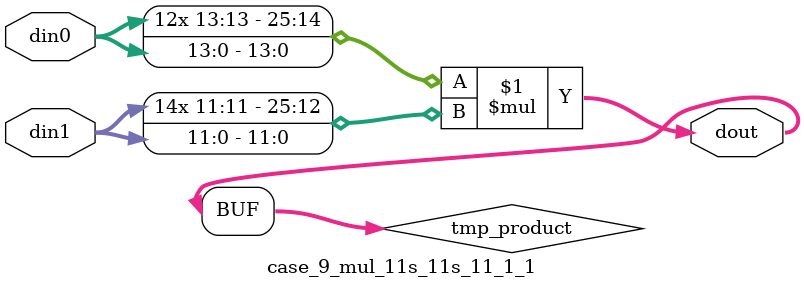
<source format=v>

`timescale 1 ns / 1 ps

 module case_9_mul_11s_11s_11_1_1(din0, din1, dout);
parameter ID = 1;
parameter NUM_STAGE = 0;
parameter din0_WIDTH = 14;
parameter din1_WIDTH = 12;
parameter dout_WIDTH = 26;

input [din0_WIDTH - 1 : 0] din0; 
input [din1_WIDTH - 1 : 0] din1; 
output [dout_WIDTH - 1 : 0] dout;

wire signed [dout_WIDTH - 1 : 0] tmp_product;



























assign tmp_product = $signed(din0) * $signed(din1);








assign dout = tmp_product;





















endmodule

</source>
